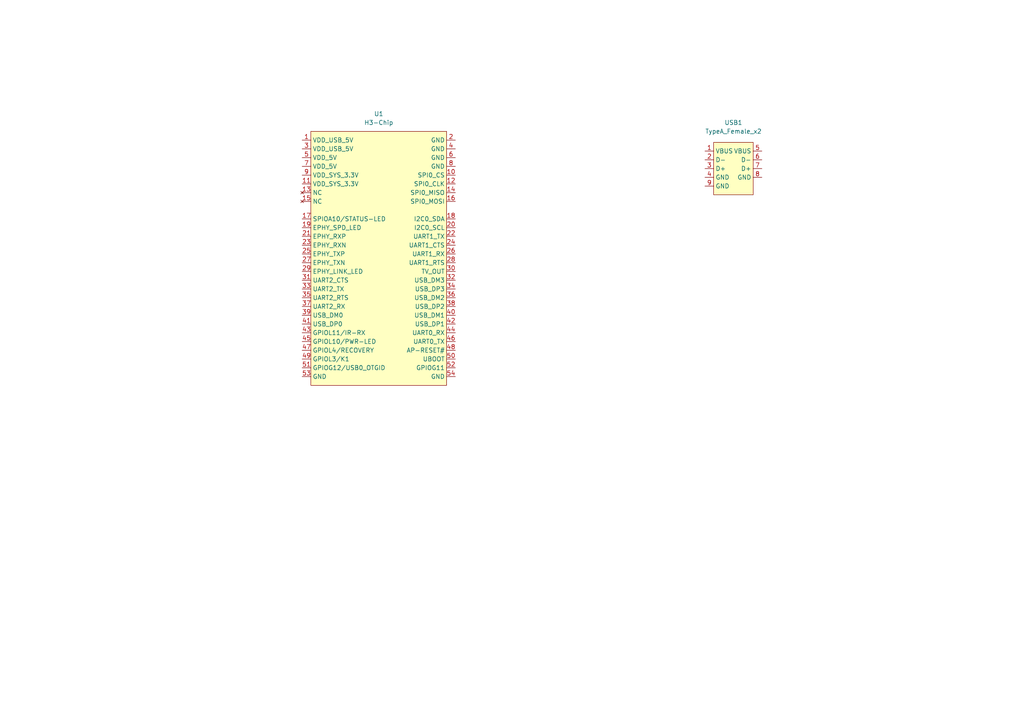
<source format=kicad_sch>
(kicad_sch (version 20211123) (generator eeschema)
  (paper "A4")
  (lib_symbols
    (symbol "My_Library:H3-Chip"
      (property "Reference" "U" (at 0 35.56 0))
      (property "Value" "H3-Chip" (at -15.24 35.56 0))
      (symbol "H3-Chip_0_0"
        (pin power_in line (at -22.86 31.75 0) (length 2.54) (name "VDD_USB_5V") (number "1"))
        (pin passive line (at 21.59 21.59 180) (length 2.54) (name "SPI0_CS") (number "10"))
        (pin power_out line (at -22.86 19.05 0) (length 2.54) (name "VDD_SYS_3.3V") (number "11"))
        (pin passive line (at 21.59 19.05 180) (length 2.54) (name "SPI0_CLK") (number "12"))
        (pin no_connect line (at -22.86 16.51 0) (length 2.54) (name "NC") (number "13"))
        (pin passive line (at 21.59 16.51 180) (length 2.54) (name "SPI0_MISO") (number "14"))
        (pin no_connect line (at -22.86 13.97 0) (length 2.54) (name "NC") (number "15"))
        (pin passive line (at 21.59 13.97 180) (length 2.54) (name "SPI0_MOSI") (number "16"))
        (pin passive line (at -22.86 8.89 0) (length 2.54) (name "SPIOA10/STATUS-LED") (number "17"))
        (pin passive line (at 21.59 8.89 180) (length 2.54) (name "I2C0_SDA") (number "18"))
        (pin passive line (at -22.86 6.35 0) (length 2.54) (name "EPHY_SPD_LED") (number "19"))
        (pin passive line (at 21.59 31.75 180) (length 2.54) (name "GND") (number "2"))
        (pin passive line (at 21.59 6.35 180) (length 2.54) (name "I2C0_SCL") (number "20"))
        (pin passive line (at -22.86 3.81 0) (length 2.54) (name "EPHY_RXP") (number "21"))
        (pin passive line (at 21.59 3.81 180) (length 2.54) (name "UART1_TX") (number "22"))
        (pin passive line (at -22.86 1.27 0) (length 2.54) (name "EPHY_RXN") (number "23"))
        (pin passive line (at 21.59 1.27 180) (length 2.54) (name "UART1_CTS") (number "24"))
        (pin passive line (at -22.86 -1.27 0) (length 2.54) (name "EPHY_TXP") (number "25"))
        (pin passive line (at 21.59 -1.27 180) (length 2.54) (name "UART1_RX") (number "26"))
        (pin passive line (at -22.86 -3.81 0) (length 2.54) (name "EPHY_TXN") (number "27"))
        (pin passive line (at 21.59 -3.81 180) (length 2.54) (name "UART1_RTS") (number "28"))
        (pin passive line (at -22.86 -6.35 0) (length 2.54) (name "EPHY_LINK_LED") (number "29"))
        (pin power_in line (at -22.86 29.21 0) (length 2.54) (name "VDD_USB_5V") (number "3"))
        (pin passive line (at 21.59 -6.35 180) (length 2.54) (name "TV_OUT") (number "30"))
        (pin passive line (at -22.86 -8.89 0) (length 2.54) (name "UART2_CTS") (number "31"))
        (pin passive line (at 21.59 -8.89 180) (length 2.54) (name "USB_DM3") (number "32"))
        (pin passive line (at -22.86 -11.43 0) (length 2.54) (name "UART2_TX") (number "33"))
        (pin passive line (at 21.59 -11.43 180) (length 2.54) (name "USB_DP3") (number "34"))
        (pin passive line (at -22.86 -13.97 0) (length 2.54) (name "UART2_RTS") (number "35"))
        (pin passive line (at 21.59 -13.97 180) (length 2.54) (name "USB_DM2") (number "36"))
        (pin passive line (at -22.86 -16.51 0) (length 2.54) (name "UART2_RX") (number "37"))
        (pin passive line (at 21.59 -16.51 180) (length 2.54) (name "USB_DP2") (number "38"))
        (pin passive line (at -22.86 -19.05 0) (length 2.54) (name "USB_DM0") (number "39"))
        (pin passive line (at 21.59 29.21 180) (length 2.54) (name "GND") (number "4"))
        (pin passive line (at 21.59 -19.05 180) (length 2.54) (name "USB_DM1") (number "40"))
        (pin passive line (at -22.86 -21.59 0) (length 2.54) (name "USB_DP0") (number "41"))
        (pin passive line (at 21.59 -21.59 180) (length 2.54) (name "USB_DP1") (number "42"))
        (pin passive line (at -22.86 -24.13 0) (length 2.54) (name "GPIOL11/IR-RX") (number "43"))
        (pin passive line (at 21.59 -24.13 180) (length 2.54) (name "UART0_RX") (number "44"))
        (pin passive line (at -22.86 -26.67 0) (length 2.54) (name "GPIOL10/PWR-LED") (number "45"))
        (pin passive line (at 21.59 -26.67 180) (length 2.54) (name "UART0_TX") (number "46"))
        (pin passive line (at -22.86 -29.21 0) (length 2.54) (name "GPIOL4/RECOVERY") (number "47"))
        (pin passive line (at 21.59 -29.21 180) (length 2.54) (name "AP-RESET#") (number "48"))
        (pin passive line (at -22.86 -31.75 0) (length 2.54) (name "GPIOL3/K1") (number "49"))
        (pin power_out line (at -22.86 26.67 0) (length 2.54) (name "VDD_5V") (number "5"))
        (pin passive line (at 21.59 -31.75 180) (length 2.54) (name "UBOOT") (number "50"))
        (pin passive line (at -22.86 -34.29 0) (length 2.54) (name "GPIOG12/USB0_OTGID") (number "51"))
        (pin passive line (at 21.59 -34.29 180) (length 2.54) (name "GPIOG11") (number "52"))
        (pin passive line (at -22.86 -36.83 0) (length 2.54) (name "GND") (number "53"))
        (pin passive line (at 21.59 -36.83 180) (length 2.54) (name "GND") (number "54"))
        (pin passive line (at 21.59 26.67 180) (length 2.54) (name "GND") (number "6"))
        (pin power_out line (at -22.86 24.13 0) (length 2.54) (name "VDD_5V") (number "7"))
        (pin passive line (at 21.59 24.13 180) (length 2.54) (name "GND") (number "8"))
        (pin power_out line (at -22.86 21.59 0) (length 2.54) (name "VDD_SYS_3.3V") (number "9"))
      )
      (symbol "H3-Chip_0_1"
        (rectangle (start -20.32 34.29) (end 19.05 -39.37) (fill (type background)))
      )
    )
    (symbol "My_Library:TypeA_Female_x2"
      (property "Reference" "USB" (at -2.54 8.89 0))
      (property "Value" "TypeA_Female_x2" (at 1.27 -8.89 0))
      (symbol "TypeA_Female_x2_0_1"
        (rectangle (start -5.08 7.62) (end 6.35 -7.62) (fill (type background)))
      )
      (symbol "TypeA_Female_x2_1_1"
        (pin input line (at -7.62 5.08 0) (length 2.54) (name "VBUS") (number "1"))
        (pin input line (at -7.62 2.54 0) (length 2.54) (name "D-") (number "2"))
        (pin input line (at -7.62 0 0) (length 2.54) (name "D+") (number "3"))
        (pin input line (at -7.62 -2.54 0) (length 2.54) (name "GND") (number "4"))
        (pin input line (at 8.89 5.08 180) (length 2.54) (name "VBUS") (number "5"))
        (pin input line (at 8.89 2.54 180) (length 2.54) (name "D-") (number "6"))
        (pin input line (at 8.89 0 180) (length 2.54) (name "D+") (number "7"))
        (pin input line (at 8.89 -2.54 180) (length 2.54) (name "GND") (number "8"))
        (pin input line (at -7.62 -5.08 0) (length 2.54) (name "GND") (number "9"))
      )
    )
  )
  (symbol (lib_id "My_Library:TypeA_Female_x2") (at 212.09 48.895 0) (unit 1)
    (property "Reference" "USB1" (at 212.725 35.56 0))
    (property "Value" "TypeA_Female_x2" (at 212.725 38.1 0))
    (property "Footprint" "My_Library:TypeA_Female_x2" (effects hide))
  )
  (symbol (lib_id "My_Library:H3-Chip") (at 110.49 72.39 0) (unit 1)
    (property "Reference" "U1" (at 109.855 33.02 0))
    (property "Value" "H3-Chip" (at 109.855 35.56 0))
    (property "Footprint" "My_Library:H3-Chip" (effects hide))
  )
)
</source>
